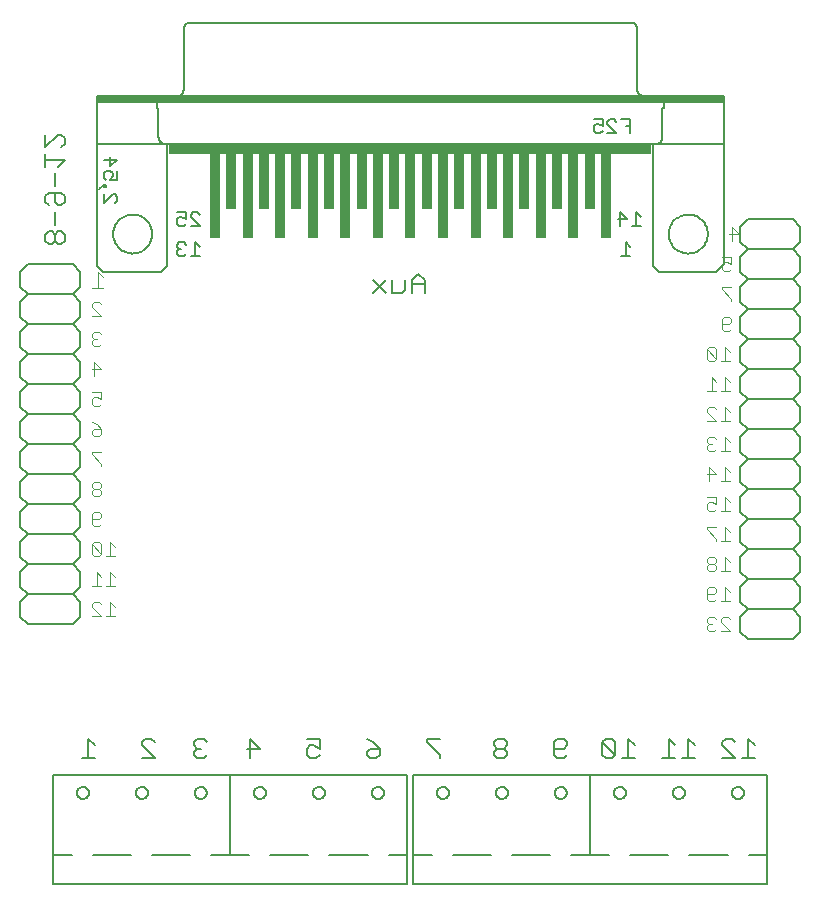
<source format=gbo>
G75*
G70*
%OFA0B0*%
%FSLAX24Y24*%
%IPPOS*%
%LPD*%
%AMOC8*
5,1,8,0,0,1.08239X$1,22.5*
%
%ADD10C,0.0060*%
%ADD11C,0.0040*%
%ADD12C,0.0050*%
%ADD13R,1.6000X0.0300*%
%ADD14R,2.0900X0.0200*%
%ADD15R,0.0320X0.2850*%
%ADD16R,0.0320X0.1850*%
D10*
X001691Y001110D02*
X001691Y002050D01*
X002321Y002050D01*
X001691Y002050D02*
X001691Y004730D01*
X007601Y004730D01*
X013501Y004730D01*
X013501Y002050D01*
X012871Y002050D01*
X013501Y002050D02*
X013501Y001110D01*
X001691Y001110D01*
X003021Y002050D02*
X004291Y002050D01*
X004991Y002050D02*
X006261Y002050D01*
X006961Y002050D02*
X007601Y002050D01*
X008231Y002050D01*
X007601Y002050D02*
X007601Y004730D01*
X008250Y005290D02*
X008250Y005931D01*
X008570Y005610D01*
X008143Y005610D01*
X006820Y005397D02*
X006713Y005290D01*
X006500Y005290D01*
X006393Y005397D01*
X006393Y005504D01*
X006500Y005610D01*
X006606Y005610D01*
X006500Y005610D02*
X006393Y005717D01*
X006393Y005824D01*
X006500Y005931D01*
X006713Y005931D01*
X006820Y005824D01*
X006411Y004130D02*
X006413Y004158D01*
X006419Y004185D01*
X006428Y004211D01*
X006441Y004236D01*
X006458Y004259D01*
X006477Y004279D01*
X006499Y004296D01*
X006523Y004310D01*
X006549Y004320D01*
X006576Y004327D01*
X006604Y004330D01*
X006632Y004329D01*
X006659Y004324D01*
X006686Y004315D01*
X006711Y004303D01*
X006734Y004288D01*
X006755Y004269D01*
X006773Y004248D01*
X006788Y004224D01*
X006799Y004198D01*
X006807Y004172D01*
X006811Y004144D01*
X006811Y004116D01*
X006807Y004088D01*
X006799Y004062D01*
X006788Y004036D01*
X006773Y004012D01*
X006755Y003991D01*
X006734Y003972D01*
X006711Y003957D01*
X006686Y003945D01*
X006659Y003936D01*
X006632Y003931D01*
X006604Y003930D01*
X006576Y003933D01*
X006549Y003940D01*
X006523Y003950D01*
X006499Y003964D01*
X006477Y003981D01*
X006458Y004001D01*
X006441Y004024D01*
X006428Y004049D01*
X006419Y004075D01*
X006413Y004102D01*
X006411Y004130D01*
X005070Y005290D02*
X004643Y005717D01*
X004643Y005824D01*
X004750Y005931D01*
X004963Y005931D01*
X005070Y005824D01*
X005070Y005290D02*
X004643Y005290D01*
X004451Y004130D02*
X004453Y004158D01*
X004459Y004185D01*
X004468Y004211D01*
X004481Y004236D01*
X004498Y004259D01*
X004517Y004279D01*
X004539Y004296D01*
X004563Y004310D01*
X004589Y004320D01*
X004616Y004327D01*
X004644Y004330D01*
X004672Y004329D01*
X004699Y004324D01*
X004726Y004315D01*
X004751Y004303D01*
X004774Y004288D01*
X004795Y004269D01*
X004813Y004248D01*
X004828Y004224D01*
X004839Y004198D01*
X004847Y004172D01*
X004851Y004144D01*
X004851Y004116D01*
X004847Y004088D01*
X004839Y004062D01*
X004828Y004036D01*
X004813Y004012D01*
X004795Y003991D01*
X004774Y003972D01*
X004751Y003957D01*
X004726Y003945D01*
X004699Y003936D01*
X004672Y003931D01*
X004644Y003930D01*
X004616Y003933D01*
X004589Y003940D01*
X004563Y003950D01*
X004539Y003964D01*
X004517Y003981D01*
X004498Y004001D01*
X004481Y004024D01*
X004468Y004049D01*
X004459Y004075D01*
X004453Y004102D01*
X004451Y004130D01*
X003070Y005290D02*
X002643Y005290D01*
X002856Y005290D02*
X002856Y005931D01*
X003070Y005717D01*
X002481Y004130D02*
X002483Y004158D01*
X002489Y004185D01*
X002498Y004211D01*
X002511Y004236D01*
X002528Y004259D01*
X002547Y004279D01*
X002569Y004296D01*
X002593Y004310D01*
X002619Y004320D01*
X002646Y004327D01*
X002674Y004330D01*
X002702Y004329D01*
X002729Y004324D01*
X002756Y004315D01*
X002781Y004303D01*
X002804Y004288D01*
X002825Y004269D01*
X002843Y004248D01*
X002858Y004224D01*
X002869Y004198D01*
X002877Y004172D01*
X002881Y004144D01*
X002881Y004116D01*
X002877Y004088D01*
X002869Y004062D01*
X002858Y004036D01*
X002843Y004012D01*
X002825Y003991D01*
X002804Y003972D01*
X002781Y003957D01*
X002756Y003945D01*
X002729Y003936D01*
X002702Y003931D01*
X002674Y003930D01*
X002646Y003933D01*
X002619Y003940D01*
X002593Y003950D01*
X002569Y003964D01*
X002547Y003981D01*
X002528Y004001D01*
X002511Y004024D01*
X002498Y004049D01*
X002489Y004075D01*
X002483Y004102D01*
X002481Y004130D01*
X002350Y009760D02*
X000850Y009760D01*
X000600Y010010D01*
X000600Y010510D01*
X000850Y010760D01*
X002350Y010760D01*
X002600Y011010D01*
X002600Y011510D01*
X002350Y011760D01*
X000850Y011760D01*
X000600Y012010D01*
X000600Y012510D01*
X000850Y012760D01*
X002350Y012760D01*
X002600Y013010D01*
X002600Y013510D01*
X002350Y013760D01*
X000850Y013760D01*
X000600Y014010D01*
X000600Y014510D01*
X000850Y014760D01*
X002350Y014760D01*
X002600Y015010D01*
X002600Y015510D01*
X002350Y015760D01*
X000850Y015760D01*
X000600Y016010D01*
X000600Y016510D01*
X000850Y016760D01*
X002350Y016760D01*
X002600Y017010D01*
X002600Y017510D01*
X002350Y017760D01*
X000850Y017760D01*
X000600Y017510D01*
X000600Y017010D01*
X000850Y016760D01*
X000850Y015760D02*
X000600Y015510D01*
X000600Y015010D01*
X000850Y014760D01*
X000850Y013760D02*
X000600Y013510D01*
X000600Y013010D01*
X000850Y012760D01*
X000850Y011760D02*
X000600Y011510D01*
X000600Y011010D01*
X000850Y010760D01*
X002350Y010760D02*
X002600Y010510D01*
X002600Y010010D01*
X002350Y009760D01*
X002350Y011760D02*
X002600Y012010D01*
X002600Y012510D01*
X002350Y012760D01*
X002350Y013760D02*
X002600Y014010D01*
X002600Y014510D01*
X002350Y014760D01*
X002350Y015760D02*
X002600Y016010D01*
X002600Y016510D01*
X002350Y016760D01*
X002350Y017760D02*
X002600Y018010D01*
X002600Y018510D01*
X002350Y018760D01*
X000850Y018760D01*
X000600Y018510D01*
X000600Y018010D01*
X000850Y017760D01*
X000850Y018760D02*
X000600Y019010D01*
X000600Y019510D01*
X000850Y019760D01*
X002350Y019760D01*
X002600Y020010D01*
X002600Y020510D01*
X002350Y020760D01*
X002600Y021010D01*
X002600Y021510D01*
X002350Y021760D01*
X000850Y021760D01*
X000600Y021510D01*
X000600Y021010D01*
X000850Y020760D01*
X002350Y020760D01*
X003150Y021710D02*
X003150Y025710D01*
X003150Y025760D01*
X005150Y025760D01*
X005500Y025760D01*
X005500Y021710D01*
X005300Y021510D01*
X003350Y021510D01*
X003150Y021710D01*
X002071Y022529D02*
X001964Y022423D01*
X001857Y022423D01*
X001750Y022529D01*
X001750Y022743D01*
X001644Y022850D01*
X001537Y022850D01*
X001430Y022743D01*
X001430Y022529D01*
X001537Y022423D01*
X001644Y022423D01*
X001750Y022529D01*
X001750Y022743D02*
X001857Y022850D01*
X001964Y022850D01*
X002071Y022743D01*
X002071Y022529D01*
X001750Y023067D02*
X001750Y023494D01*
X001857Y023712D02*
X001750Y023819D01*
X001750Y024139D01*
X001537Y024139D02*
X001964Y024139D01*
X002071Y024032D01*
X002071Y023819D01*
X001964Y023712D01*
X001857Y023712D01*
X001537Y023712D02*
X001430Y023819D01*
X001430Y024032D01*
X001537Y024139D01*
X001750Y024356D02*
X001750Y024783D01*
X001857Y025001D02*
X002071Y025214D01*
X001430Y025214D01*
X001430Y025001D02*
X001430Y025428D01*
X001430Y025645D02*
X001857Y026072D01*
X001964Y026072D01*
X002071Y025966D01*
X002071Y025752D01*
X001964Y025645D01*
X001430Y025645D02*
X001430Y026072D01*
X003150Y025760D02*
X003150Y026960D01*
X003150Y027160D01*
X004150Y027160D01*
X005150Y027160D01*
X005150Y026960D01*
X005200Y026960D01*
X005200Y026010D01*
X005202Y025980D01*
X005207Y025950D01*
X005216Y025921D01*
X005229Y025894D01*
X005244Y025868D01*
X005263Y025844D01*
X005284Y025823D01*
X005308Y025804D01*
X005334Y025789D01*
X005361Y025776D01*
X005390Y025767D01*
X005420Y025762D01*
X005450Y025760D01*
X005500Y025760D02*
X005600Y025760D01*
X005600Y025460D01*
X021600Y025460D01*
X021600Y025760D01*
X005600Y025760D01*
X005150Y027160D02*
X022050Y027160D01*
X022050Y026960D01*
X022000Y026960D01*
X022000Y026010D01*
X021998Y025980D01*
X021993Y025950D01*
X021984Y025921D01*
X021971Y025894D01*
X021956Y025868D01*
X021937Y025844D01*
X021916Y025823D01*
X021892Y025804D01*
X021866Y025789D01*
X021839Y025776D01*
X021810Y025767D01*
X021780Y025762D01*
X021750Y025760D01*
X021700Y025760D02*
X021700Y021710D01*
X021900Y021510D01*
X023800Y021510D01*
X024050Y021760D01*
X024050Y025710D01*
X024050Y025760D01*
X024050Y026960D01*
X024050Y027160D01*
X023050Y027160D01*
X022050Y027160D01*
X021400Y027360D02*
X021370Y027362D01*
X021340Y027367D01*
X021311Y027376D01*
X021284Y027389D01*
X021258Y027404D01*
X021234Y027423D01*
X021213Y027444D01*
X021194Y027468D01*
X021179Y027494D01*
X021166Y027521D01*
X021157Y027550D01*
X021152Y027580D01*
X021150Y027610D01*
X021150Y029610D01*
X021148Y029636D01*
X021143Y029662D01*
X021135Y029687D01*
X021123Y029710D01*
X021109Y029732D01*
X021091Y029751D01*
X021072Y029769D01*
X021050Y029783D01*
X021027Y029795D01*
X021002Y029803D01*
X020976Y029808D01*
X020950Y029810D01*
X020850Y029810D01*
X006350Y029810D01*
X006250Y029810D01*
X006224Y029808D01*
X006198Y029803D01*
X006173Y029795D01*
X006150Y029783D01*
X006128Y029769D01*
X006109Y029751D01*
X006091Y029732D01*
X006077Y029710D01*
X006065Y029687D01*
X006057Y029662D01*
X006052Y029636D01*
X006050Y029610D01*
X006050Y027610D01*
X006048Y027580D01*
X006043Y027550D01*
X006034Y027521D01*
X006021Y027494D01*
X006006Y027468D01*
X005987Y027444D01*
X005966Y027423D01*
X005942Y027404D01*
X005916Y027389D01*
X005889Y027376D01*
X005860Y027367D01*
X005830Y027362D01*
X005800Y027360D01*
X006200Y027360D02*
X003150Y027360D01*
X003150Y027160D01*
X006200Y027360D02*
X021000Y027360D01*
X024050Y027360D01*
X024050Y027160D01*
X024050Y025760D02*
X022050Y025760D01*
X021700Y025760D01*
X021600Y025760D01*
X022210Y022760D02*
X022212Y022810D01*
X022218Y022860D01*
X022228Y022910D01*
X022241Y022958D01*
X022258Y023006D01*
X022279Y023052D01*
X022303Y023096D01*
X022331Y023138D01*
X022362Y023178D01*
X022396Y023215D01*
X022433Y023250D01*
X022472Y023281D01*
X022513Y023310D01*
X022557Y023335D01*
X022603Y023357D01*
X022650Y023375D01*
X022698Y023389D01*
X022747Y023400D01*
X022797Y023407D01*
X022847Y023410D01*
X022898Y023409D01*
X022948Y023404D01*
X022998Y023395D01*
X023046Y023383D01*
X023094Y023366D01*
X023140Y023346D01*
X023185Y023323D01*
X023228Y023296D01*
X023268Y023266D01*
X023306Y023233D01*
X023341Y023197D01*
X023374Y023158D01*
X023403Y023117D01*
X023429Y023074D01*
X023452Y023029D01*
X023471Y022982D01*
X023486Y022934D01*
X023498Y022885D01*
X023506Y022835D01*
X023510Y022785D01*
X023510Y022735D01*
X023506Y022685D01*
X023498Y022635D01*
X023486Y022586D01*
X023471Y022538D01*
X023452Y022491D01*
X023429Y022446D01*
X023403Y022403D01*
X023374Y022362D01*
X023341Y022323D01*
X023306Y022287D01*
X023268Y022254D01*
X023228Y022224D01*
X023185Y022197D01*
X023140Y022174D01*
X023094Y022154D01*
X023046Y022137D01*
X022998Y022125D01*
X022948Y022116D01*
X022898Y022111D01*
X022847Y022110D01*
X022797Y022113D01*
X022747Y022120D01*
X022698Y022131D01*
X022650Y022145D01*
X022603Y022163D01*
X022557Y022185D01*
X022513Y022210D01*
X022472Y022239D01*
X022433Y022270D01*
X022396Y022305D01*
X022362Y022342D01*
X022331Y022382D01*
X022303Y022424D01*
X022279Y022468D01*
X022258Y022514D01*
X022241Y022562D01*
X022228Y022610D01*
X022218Y022660D01*
X022212Y022710D01*
X022210Y022760D01*
X024600Y022510D02*
X024850Y022260D01*
X026350Y022260D01*
X026600Y022010D01*
X026600Y021510D01*
X026350Y021260D01*
X024850Y021260D01*
X024600Y021010D01*
X024600Y020510D01*
X024850Y020260D01*
X026350Y020260D01*
X026600Y020010D01*
X026600Y019510D01*
X026350Y019260D01*
X024850Y019260D01*
X024600Y019010D01*
X024600Y018510D01*
X024850Y018260D01*
X026350Y018260D01*
X026600Y018010D01*
X026600Y017510D01*
X026350Y017260D01*
X024850Y017260D01*
X024600Y017010D01*
X024600Y016510D01*
X024850Y016260D01*
X026350Y016260D01*
X026600Y016510D01*
X026600Y017010D01*
X026350Y017260D01*
X026350Y016260D02*
X026600Y016010D01*
X026600Y015510D01*
X026350Y015260D01*
X024850Y015260D01*
X024600Y015010D01*
X024600Y014510D01*
X024850Y014260D01*
X026350Y014260D01*
X026600Y014510D01*
X026600Y015010D01*
X026350Y015260D01*
X026350Y014260D02*
X026600Y014010D01*
X026600Y013510D01*
X026350Y013260D01*
X024850Y013260D01*
X024600Y013010D01*
X024600Y012510D01*
X024850Y012260D01*
X026350Y012260D01*
X026600Y012510D01*
X026600Y013010D01*
X026350Y013260D01*
X026350Y012260D02*
X026600Y012010D01*
X026600Y011510D01*
X026350Y011260D01*
X024850Y011260D01*
X024600Y011010D01*
X024600Y010510D01*
X024850Y010260D01*
X024600Y010010D01*
X024600Y009510D01*
X024850Y009260D01*
X026350Y009260D01*
X026600Y009510D01*
X026600Y010010D01*
X026350Y010260D01*
X024850Y010260D01*
X024850Y011260D02*
X024600Y011510D01*
X024600Y012010D01*
X024850Y012260D01*
X024850Y013260D02*
X024600Y013510D01*
X024600Y014010D01*
X024850Y014260D01*
X024850Y015260D02*
X024600Y015510D01*
X024600Y016010D01*
X024850Y016260D01*
X024850Y017260D02*
X024600Y017510D01*
X024600Y018010D01*
X024850Y018260D01*
X024850Y019260D02*
X024600Y019510D01*
X024600Y020010D01*
X024850Y020260D01*
X024850Y021260D02*
X024600Y021510D01*
X024600Y022010D01*
X024850Y022260D01*
X024600Y022510D02*
X024600Y023010D01*
X024850Y023260D01*
X026350Y023260D01*
X026600Y023010D01*
X026600Y022510D01*
X026350Y022260D01*
X026350Y021260D02*
X026600Y021010D01*
X026600Y020510D01*
X026350Y020260D01*
X026350Y019260D02*
X026600Y019010D01*
X026600Y018510D01*
X026350Y018260D01*
X026350Y011260D02*
X026600Y011010D01*
X026600Y010510D01*
X026350Y010260D01*
X024856Y005931D02*
X024856Y005290D01*
X024643Y005290D02*
X025070Y005290D01*
X025070Y005717D02*
X024856Y005931D01*
X024425Y005824D02*
X024319Y005931D01*
X024105Y005931D01*
X023998Y005824D01*
X023998Y005717D01*
X024425Y005290D01*
X023998Y005290D01*
X023070Y005290D02*
X022643Y005290D01*
X022856Y005290D02*
X022856Y005931D01*
X023070Y005717D01*
X022425Y005717D02*
X022212Y005931D01*
X022212Y005290D01*
X022425Y005290D02*
X021998Y005290D01*
X021070Y005290D02*
X020643Y005290D01*
X020856Y005290D02*
X020856Y005931D01*
X021070Y005717D01*
X020425Y005824D02*
X020425Y005397D01*
X019998Y005824D01*
X019998Y005397D01*
X020105Y005290D01*
X020319Y005290D01*
X020425Y005397D01*
X020425Y005824D02*
X020319Y005931D01*
X020105Y005931D01*
X019998Y005824D01*
X019601Y004730D02*
X025501Y004730D01*
X025501Y002050D01*
X024871Y002050D01*
X024171Y002050D02*
X022901Y002050D01*
X022201Y002050D02*
X020931Y002050D01*
X020231Y002050D02*
X019601Y002050D01*
X018961Y002050D01*
X019601Y002050D02*
X019601Y004730D01*
X013691Y004730D01*
X013691Y002050D01*
X014321Y002050D01*
X013691Y002050D02*
X013691Y001110D01*
X025501Y001110D01*
X025501Y002050D01*
X024321Y004130D02*
X024323Y004158D01*
X024329Y004185D01*
X024338Y004211D01*
X024351Y004236D01*
X024368Y004259D01*
X024387Y004279D01*
X024409Y004296D01*
X024433Y004310D01*
X024459Y004320D01*
X024486Y004327D01*
X024514Y004330D01*
X024542Y004329D01*
X024569Y004324D01*
X024596Y004315D01*
X024621Y004303D01*
X024644Y004288D01*
X024665Y004269D01*
X024683Y004248D01*
X024698Y004224D01*
X024709Y004198D01*
X024717Y004172D01*
X024721Y004144D01*
X024721Y004116D01*
X024717Y004088D01*
X024709Y004062D01*
X024698Y004036D01*
X024683Y004012D01*
X024665Y003991D01*
X024644Y003972D01*
X024621Y003957D01*
X024596Y003945D01*
X024569Y003936D01*
X024542Y003931D01*
X024514Y003930D01*
X024486Y003933D01*
X024459Y003940D01*
X024433Y003950D01*
X024409Y003964D01*
X024387Y003981D01*
X024368Y004001D01*
X024351Y004024D01*
X024338Y004049D01*
X024329Y004075D01*
X024323Y004102D01*
X024321Y004130D01*
X022351Y004130D02*
X022353Y004158D01*
X022359Y004185D01*
X022368Y004211D01*
X022381Y004236D01*
X022398Y004259D01*
X022417Y004279D01*
X022439Y004296D01*
X022463Y004310D01*
X022489Y004320D01*
X022516Y004327D01*
X022544Y004330D01*
X022572Y004329D01*
X022599Y004324D01*
X022626Y004315D01*
X022651Y004303D01*
X022674Y004288D01*
X022695Y004269D01*
X022713Y004248D01*
X022728Y004224D01*
X022739Y004198D01*
X022747Y004172D01*
X022751Y004144D01*
X022751Y004116D01*
X022747Y004088D01*
X022739Y004062D01*
X022728Y004036D01*
X022713Y004012D01*
X022695Y003991D01*
X022674Y003972D01*
X022651Y003957D01*
X022626Y003945D01*
X022599Y003936D01*
X022572Y003931D01*
X022544Y003930D01*
X022516Y003933D01*
X022489Y003940D01*
X022463Y003950D01*
X022439Y003964D01*
X022417Y003981D01*
X022398Y004001D01*
X022381Y004024D01*
X022368Y004049D01*
X022359Y004075D01*
X022353Y004102D01*
X022351Y004130D01*
X020381Y004130D02*
X020383Y004158D01*
X020389Y004185D01*
X020398Y004211D01*
X020411Y004236D01*
X020428Y004259D01*
X020447Y004279D01*
X020469Y004296D01*
X020493Y004310D01*
X020519Y004320D01*
X020546Y004327D01*
X020574Y004330D01*
X020602Y004329D01*
X020629Y004324D01*
X020656Y004315D01*
X020681Y004303D01*
X020704Y004288D01*
X020725Y004269D01*
X020743Y004248D01*
X020758Y004224D01*
X020769Y004198D01*
X020777Y004172D01*
X020781Y004144D01*
X020781Y004116D01*
X020777Y004088D01*
X020769Y004062D01*
X020758Y004036D01*
X020743Y004012D01*
X020725Y003991D01*
X020704Y003972D01*
X020681Y003957D01*
X020656Y003945D01*
X020629Y003936D01*
X020602Y003931D01*
X020574Y003930D01*
X020546Y003933D01*
X020519Y003940D01*
X020493Y003950D01*
X020469Y003964D01*
X020447Y003981D01*
X020428Y004001D01*
X020411Y004024D01*
X020398Y004049D01*
X020389Y004075D01*
X020383Y004102D01*
X020381Y004130D01*
X018820Y005397D02*
X018713Y005290D01*
X018500Y005290D01*
X018393Y005397D01*
X018393Y005824D01*
X018500Y005931D01*
X018713Y005931D01*
X018820Y005824D01*
X018820Y005717D01*
X018713Y005610D01*
X018393Y005610D01*
X018411Y004130D02*
X018413Y004158D01*
X018419Y004185D01*
X018428Y004211D01*
X018441Y004236D01*
X018458Y004259D01*
X018477Y004279D01*
X018499Y004296D01*
X018523Y004310D01*
X018549Y004320D01*
X018576Y004327D01*
X018604Y004330D01*
X018632Y004329D01*
X018659Y004324D01*
X018686Y004315D01*
X018711Y004303D01*
X018734Y004288D01*
X018755Y004269D01*
X018773Y004248D01*
X018788Y004224D01*
X018799Y004198D01*
X018807Y004172D01*
X018811Y004144D01*
X018811Y004116D01*
X018807Y004088D01*
X018799Y004062D01*
X018788Y004036D01*
X018773Y004012D01*
X018755Y003991D01*
X018734Y003972D01*
X018711Y003957D01*
X018686Y003945D01*
X018659Y003936D01*
X018632Y003931D01*
X018604Y003930D01*
X018576Y003933D01*
X018549Y003940D01*
X018523Y003950D01*
X018499Y003964D01*
X018477Y003981D01*
X018458Y004001D01*
X018441Y004024D01*
X018428Y004049D01*
X018419Y004075D01*
X018413Y004102D01*
X018411Y004130D01*
X016820Y005397D02*
X016820Y005504D01*
X016713Y005610D01*
X016500Y005610D01*
X016393Y005504D01*
X016393Y005397D01*
X016500Y005290D01*
X016713Y005290D01*
X016820Y005397D01*
X016713Y005610D02*
X016820Y005717D01*
X016820Y005824D01*
X016713Y005931D01*
X016500Y005931D01*
X016393Y005824D01*
X016393Y005717D01*
X016500Y005610D01*
X016451Y004130D02*
X016453Y004158D01*
X016459Y004185D01*
X016468Y004211D01*
X016481Y004236D01*
X016498Y004259D01*
X016517Y004279D01*
X016539Y004296D01*
X016563Y004310D01*
X016589Y004320D01*
X016616Y004327D01*
X016644Y004330D01*
X016672Y004329D01*
X016699Y004324D01*
X016726Y004315D01*
X016751Y004303D01*
X016774Y004288D01*
X016795Y004269D01*
X016813Y004248D01*
X016828Y004224D01*
X016839Y004198D01*
X016847Y004172D01*
X016851Y004144D01*
X016851Y004116D01*
X016847Y004088D01*
X016839Y004062D01*
X016828Y004036D01*
X016813Y004012D01*
X016795Y003991D01*
X016774Y003972D01*
X016751Y003957D01*
X016726Y003945D01*
X016699Y003936D01*
X016672Y003931D01*
X016644Y003930D01*
X016616Y003933D01*
X016589Y003940D01*
X016563Y003950D01*
X016539Y003964D01*
X016517Y003981D01*
X016498Y004001D01*
X016481Y004024D01*
X016468Y004049D01*
X016459Y004075D01*
X016453Y004102D01*
X016451Y004130D01*
X014481Y004130D02*
X014483Y004158D01*
X014489Y004185D01*
X014498Y004211D01*
X014511Y004236D01*
X014528Y004259D01*
X014547Y004279D01*
X014569Y004296D01*
X014593Y004310D01*
X014619Y004320D01*
X014646Y004327D01*
X014674Y004330D01*
X014702Y004329D01*
X014729Y004324D01*
X014756Y004315D01*
X014781Y004303D01*
X014804Y004288D01*
X014825Y004269D01*
X014843Y004248D01*
X014858Y004224D01*
X014869Y004198D01*
X014877Y004172D01*
X014881Y004144D01*
X014881Y004116D01*
X014877Y004088D01*
X014869Y004062D01*
X014858Y004036D01*
X014843Y004012D01*
X014825Y003991D01*
X014804Y003972D01*
X014781Y003957D01*
X014756Y003945D01*
X014729Y003936D01*
X014702Y003931D01*
X014674Y003930D01*
X014646Y003933D01*
X014619Y003940D01*
X014593Y003950D01*
X014569Y003964D01*
X014547Y003981D01*
X014528Y004001D01*
X014511Y004024D01*
X014498Y004049D01*
X014489Y004075D01*
X014483Y004102D01*
X014481Y004130D01*
X014570Y005290D02*
X014570Y005397D01*
X014143Y005824D01*
X014143Y005931D01*
X014570Y005931D01*
X012570Y005610D02*
X012250Y005610D01*
X012143Y005504D01*
X012143Y005397D01*
X012250Y005290D01*
X012463Y005290D01*
X012570Y005397D01*
X012570Y005610D01*
X012356Y005824D01*
X012143Y005931D01*
X010570Y005931D02*
X010570Y005610D01*
X010356Y005717D01*
X010250Y005717D01*
X010143Y005610D01*
X010143Y005397D01*
X010250Y005290D01*
X010463Y005290D01*
X010570Y005397D01*
X010570Y005931D02*
X010143Y005931D01*
X010351Y004130D02*
X010353Y004158D01*
X010359Y004185D01*
X010368Y004211D01*
X010381Y004236D01*
X010398Y004259D01*
X010417Y004279D01*
X010439Y004296D01*
X010463Y004310D01*
X010489Y004320D01*
X010516Y004327D01*
X010544Y004330D01*
X010572Y004329D01*
X010599Y004324D01*
X010626Y004315D01*
X010651Y004303D01*
X010674Y004288D01*
X010695Y004269D01*
X010713Y004248D01*
X010728Y004224D01*
X010739Y004198D01*
X010747Y004172D01*
X010751Y004144D01*
X010751Y004116D01*
X010747Y004088D01*
X010739Y004062D01*
X010728Y004036D01*
X010713Y004012D01*
X010695Y003991D01*
X010674Y003972D01*
X010651Y003957D01*
X010626Y003945D01*
X010599Y003936D01*
X010572Y003931D01*
X010544Y003930D01*
X010516Y003933D01*
X010489Y003940D01*
X010463Y003950D01*
X010439Y003964D01*
X010417Y003981D01*
X010398Y004001D01*
X010381Y004024D01*
X010368Y004049D01*
X010359Y004075D01*
X010353Y004102D01*
X010351Y004130D01*
X008381Y004130D02*
X008383Y004158D01*
X008389Y004185D01*
X008398Y004211D01*
X008411Y004236D01*
X008428Y004259D01*
X008447Y004279D01*
X008469Y004296D01*
X008493Y004310D01*
X008519Y004320D01*
X008546Y004327D01*
X008574Y004330D01*
X008602Y004329D01*
X008629Y004324D01*
X008656Y004315D01*
X008681Y004303D01*
X008704Y004288D01*
X008725Y004269D01*
X008743Y004248D01*
X008758Y004224D01*
X008769Y004198D01*
X008777Y004172D01*
X008781Y004144D01*
X008781Y004116D01*
X008777Y004088D01*
X008769Y004062D01*
X008758Y004036D01*
X008743Y004012D01*
X008725Y003991D01*
X008704Y003972D01*
X008681Y003957D01*
X008656Y003945D01*
X008629Y003936D01*
X008602Y003931D01*
X008574Y003930D01*
X008546Y003933D01*
X008519Y003940D01*
X008493Y003950D01*
X008469Y003964D01*
X008447Y003981D01*
X008428Y004001D01*
X008411Y004024D01*
X008398Y004049D01*
X008389Y004075D01*
X008383Y004102D01*
X008381Y004130D01*
X008931Y002050D02*
X010201Y002050D01*
X010901Y002050D02*
X012171Y002050D01*
X012321Y004130D02*
X012323Y004158D01*
X012329Y004185D01*
X012338Y004211D01*
X012351Y004236D01*
X012368Y004259D01*
X012387Y004279D01*
X012409Y004296D01*
X012433Y004310D01*
X012459Y004320D01*
X012486Y004327D01*
X012514Y004330D01*
X012542Y004329D01*
X012569Y004324D01*
X012596Y004315D01*
X012621Y004303D01*
X012644Y004288D01*
X012665Y004269D01*
X012683Y004248D01*
X012698Y004224D01*
X012709Y004198D01*
X012717Y004172D01*
X012721Y004144D01*
X012721Y004116D01*
X012717Y004088D01*
X012709Y004062D01*
X012698Y004036D01*
X012683Y004012D01*
X012665Y003991D01*
X012644Y003972D01*
X012621Y003957D01*
X012596Y003945D01*
X012569Y003936D01*
X012542Y003931D01*
X012514Y003930D01*
X012486Y003933D01*
X012459Y003940D01*
X012433Y003950D01*
X012409Y003964D01*
X012387Y003981D01*
X012368Y004001D01*
X012351Y004024D01*
X012338Y004049D01*
X012329Y004075D01*
X012323Y004102D01*
X012321Y004130D01*
X015021Y002050D02*
X016291Y002050D01*
X016991Y002050D02*
X018261Y002050D01*
X002350Y018760D02*
X002600Y019010D01*
X002600Y019510D01*
X002350Y019760D01*
X000850Y019760D02*
X000600Y020010D01*
X000600Y020510D01*
X000850Y020760D01*
X003690Y022760D02*
X003692Y022810D01*
X003698Y022860D01*
X003708Y022910D01*
X003721Y022958D01*
X003738Y023006D01*
X003759Y023052D01*
X003783Y023096D01*
X003811Y023138D01*
X003842Y023178D01*
X003876Y023215D01*
X003913Y023250D01*
X003952Y023281D01*
X003993Y023310D01*
X004037Y023335D01*
X004083Y023357D01*
X004130Y023375D01*
X004178Y023389D01*
X004227Y023400D01*
X004277Y023407D01*
X004327Y023410D01*
X004378Y023409D01*
X004428Y023404D01*
X004478Y023395D01*
X004526Y023383D01*
X004574Y023366D01*
X004620Y023346D01*
X004665Y023323D01*
X004708Y023296D01*
X004748Y023266D01*
X004786Y023233D01*
X004821Y023197D01*
X004854Y023158D01*
X004883Y023117D01*
X004909Y023074D01*
X004932Y023029D01*
X004951Y022982D01*
X004966Y022934D01*
X004978Y022885D01*
X004986Y022835D01*
X004990Y022785D01*
X004990Y022735D01*
X004986Y022685D01*
X004978Y022635D01*
X004966Y022586D01*
X004951Y022538D01*
X004932Y022491D01*
X004909Y022446D01*
X004883Y022403D01*
X004854Y022362D01*
X004821Y022323D01*
X004786Y022287D01*
X004748Y022254D01*
X004708Y022224D01*
X004665Y022197D01*
X004620Y022174D01*
X004574Y022154D01*
X004526Y022137D01*
X004478Y022125D01*
X004428Y022116D01*
X004378Y022111D01*
X004327Y022110D01*
X004277Y022113D01*
X004227Y022120D01*
X004178Y022131D01*
X004130Y022145D01*
X004083Y022163D01*
X004037Y022185D01*
X003993Y022210D01*
X003952Y022239D01*
X003913Y022270D01*
X003876Y022305D01*
X003842Y022342D01*
X003811Y022382D01*
X003783Y022424D01*
X003759Y022468D01*
X003738Y022514D01*
X003721Y022562D01*
X003708Y022610D01*
X003698Y022660D01*
X003692Y022710D01*
X003690Y022760D01*
X012354Y021217D02*
X012781Y020790D01*
X012998Y020790D02*
X012998Y021217D01*
X012781Y021217D02*
X012354Y020790D01*
X012998Y020790D02*
X013319Y020790D01*
X013425Y020897D01*
X013425Y021217D01*
X013643Y021217D02*
X013643Y020790D01*
X013643Y021110D02*
X014070Y021110D01*
X014070Y021217D02*
X013856Y021431D01*
X013643Y021217D01*
X014070Y021217D02*
X014070Y020790D01*
D11*
X023483Y018914D02*
X023483Y018607D01*
X023560Y018530D01*
X023714Y018530D01*
X023790Y018607D01*
X023483Y018914D01*
X023560Y018990D01*
X023714Y018990D01*
X023790Y018914D01*
X023790Y018607D01*
X023944Y018530D02*
X024251Y018530D01*
X024097Y018530D02*
X024097Y018990D01*
X024251Y018837D01*
X024097Y017990D02*
X024097Y017530D01*
X023944Y017530D02*
X024251Y017530D01*
X024251Y017837D02*
X024097Y017990D01*
X023790Y017837D02*
X023637Y017990D01*
X023637Y017530D01*
X023790Y017530D02*
X023483Y017530D01*
X023560Y016990D02*
X023483Y016914D01*
X023483Y016837D01*
X023790Y016530D01*
X023483Y016530D01*
X023560Y016990D02*
X023714Y016990D01*
X023790Y016914D01*
X023944Y016530D02*
X024251Y016530D01*
X024097Y016530D02*
X024097Y016990D01*
X024251Y016837D01*
X024097Y015990D02*
X024097Y015530D01*
X023944Y015530D02*
X024251Y015530D01*
X024251Y015837D02*
X024097Y015990D01*
X023790Y015914D02*
X023714Y015990D01*
X023560Y015990D01*
X023483Y015914D01*
X023483Y015837D01*
X023560Y015760D01*
X023483Y015683D01*
X023483Y015607D01*
X023560Y015530D01*
X023714Y015530D01*
X023790Y015607D01*
X023637Y015760D02*
X023560Y015760D01*
X023560Y014990D02*
X023790Y014760D01*
X023483Y014760D01*
X023560Y014530D02*
X023560Y014990D01*
X024097Y014990D02*
X024097Y014530D01*
X023944Y014530D02*
X024251Y014530D01*
X024251Y014837D02*
X024097Y014990D01*
X024097Y013990D02*
X024097Y013530D01*
X023944Y013530D02*
X024251Y013530D01*
X024251Y013837D02*
X024097Y013990D01*
X023790Y013990D02*
X023790Y013760D01*
X023637Y013837D01*
X023560Y013837D01*
X023483Y013760D01*
X023483Y013607D01*
X023560Y013530D01*
X023714Y013530D01*
X023790Y013607D01*
X023790Y013990D02*
X023483Y013990D01*
X023483Y012990D02*
X023483Y012914D01*
X023790Y012607D01*
X023790Y012530D01*
X023944Y012530D02*
X024251Y012530D01*
X024097Y012530D02*
X024097Y012990D01*
X024251Y012837D01*
X023790Y012990D02*
X023483Y012990D01*
X023560Y011990D02*
X023483Y011914D01*
X023483Y011837D01*
X023560Y011760D01*
X023714Y011760D01*
X023790Y011837D01*
X023790Y011914D01*
X023714Y011990D01*
X023560Y011990D01*
X023560Y011760D02*
X023483Y011683D01*
X023483Y011607D01*
X023560Y011530D01*
X023714Y011530D01*
X023790Y011607D01*
X023790Y011683D01*
X023714Y011760D01*
X023944Y011530D02*
X024251Y011530D01*
X024097Y011530D02*
X024097Y011990D01*
X024251Y011837D01*
X024097Y010990D02*
X024097Y010530D01*
X023944Y010530D02*
X024251Y010530D01*
X024251Y010837D02*
X024097Y010990D01*
X023790Y010914D02*
X023790Y010837D01*
X023714Y010760D01*
X023483Y010760D01*
X023483Y010607D02*
X023483Y010914D01*
X023560Y010990D01*
X023714Y010990D01*
X023790Y010914D01*
X023790Y010607D02*
X023714Y010530D01*
X023560Y010530D01*
X023483Y010607D01*
X023560Y009990D02*
X023483Y009914D01*
X023483Y009837D01*
X023560Y009760D01*
X023483Y009683D01*
X023483Y009607D01*
X023560Y009530D01*
X023714Y009530D01*
X023790Y009607D01*
X023944Y009530D02*
X024251Y009530D01*
X023944Y009837D01*
X023944Y009914D01*
X024021Y009990D01*
X024174Y009990D01*
X024251Y009914D01*
X023790Y009914D02*
X023714Y009990D01*
X023560Y009990D01*
X023560Y009760D02*
X023637Y009760D01*
X024060Y019530D02*
X023983Y019607D01*
X023983Y019914D01*
X024060Y019990D01*
X024214Y019990D01*
X024290Y019914D01*
X024290Y019837D01*
X024214Y019760D01*
X023983Y019760D01*
X024060Y019530D02*
X024214Y019530D01*
X024290Y019607D01*
X024290Y020530D02*
X024290Y020607D01*
X023983Y020914D01*
X023983Y020990D01*
X024290Y020990D01*
X024214Y021530D02*
X024060Y021530D01*
X023983Y021607D01*
X023983Y021760D01*
X024060Y021837D01*
X024137Y021837D01*
X024290Y021760D01*
X024290Y021990D01*
X023983Y021990D01*
X024290Y021607D02*
X024214Y021530D01*
X024310Y022530D02*
X024310Y022990D01*
X024540Y022760D01*
X024233Y022760D01*
X003751Y012337D02*
X003597Y012490D01*
X003597Y012030D01*
X003444Y012030D02*
X003751Y012030D01*
X003290Y012107D02*
X003290Y012414D01*
X003214Y012490D01*
X003060Y012490D01*
X002983Y012414D01*
X003290Y012107D01*
X003214Y012030D01*
X003060Y012030D01*
X002983Y012107D01*
X002983Y012414D01*
X003060Y013030D02*
X002983Y013107D01*
X002983Y013414D01*
X003060Y013490D01*
X003214Y013490D01*
X003290Y013414D01*
X003290Y013337D01*
X003214Y013260D01*
X002983Y013260D01*
X003060Y013030D02*
X003214Y013030D01*
X003290Y013107D01*
X003214Y014030D02*
X003290Y014107D01*
X003290Y014183D01*
X003214Y014260D01*
X003060Y014260D01*
X002983Y014183D01*
X002983Y014107D01*
X003060Y014030D01*
X003214Y014030D01*
X003214Y014260D02*
X003290Y014337D01*
X003290Y014414D01*
X003214Y014490D01*
X003060Y014490D01*
X002983Y014414D01*
X002983Y014337D01*
X003060Y014260D01*
X003290Y015030D02*
X003290Y015107D01*
X002983Y015414D01*
X002983Y015490D01*
X003290Y015490D01*
X003214Y016030D02*
X003060Y016030D01*
X002983Y016107D01*
X002983Y016183D01*
X003060Y016260D01*
X003290Y016260D01*
X003290Y016107D01*
X003214Y016030D01*
X003290Y016260D02*
X003137Y016414D01*
X002983Y016490D01*
X003060Y017030D02*
X003214Y017030D01*
X003290Y017107D01*
X003290Y017260D02*
X003137Y017337D01*
X003060Y017337D01*
X002983Y017260D01*
X002983Y017107D01*
X003060Y017030D01*
X003290Y017260D02*
X003290Y017490D01*
X002983Y017490D01*
X003060Y018030D02*
X003060Y018490D01*
X003290Y018260D01*
X002983Y018260D01*
X003060Y019030D02*
X003214Y019030D01*
X003290Y019107D01*
X003137Y019260D02*
X003060Y019260D01*
X002983Y019183D01*
X002983Y019107D01*
X003060Y019030D01*
X003060Y019260D02*
X002983Y019337D01*
X002983Y019414D01*
X003060Y019490D01*
X003214Y019490D01*
X003290Y019414D01*
X003290Y020030D02*
X002983Y020030D01*
X002983Y020337D02*
X002983Y020414D01*
X003060Y020490D01*
X003214Y020490D01*
X003290Y020414D01*
X002983Y020337D02*
X003290Y020030D01*
X003346Y020970D02*
X002999Y020970D01*
X003172Y020970D02*
X003172Y021490D01*
X003346Y021317D01*
X003137Y011490D02*
X003137Y011030D01*
X003290Y011030D02*
X002983Y011030D01*
X003290Y011337D02*
X003137Y011490D01*
X003597Y011490D02*
X003597Y011030D01*
X003444Y011030D02*
X003751Y011030D01*
X003751Y011337D02*
X003597Y011490D01*
X003597Y010490D02*
X003597Y010030D01*
X003444Y010030D02*
X003751Y010030D01*
X003751Y010337D02*
X003597Y010490D01*
X003290Y010414D02*
X003214Y010490D01*
X003060Y010490D01*
X002983Y010414D01*
X002983Y010337D01*
X003290Y010030D01*
X002983Y010030D01*
D12*
X005889Y022035D02*
X006040Y022035D01*
X006115Y022110D01*
X006275Y022035D02*
X006575Y022035D01*
X006425Y022035D02*
X006425Y022485D01*
X006575Y022335D01*
X006115Y022410D02*
X006040Y022485D01*
X005889Y022485D01*
X005814Y022410D01*
X005814Y022335D01*
X005889Y022260D01*
X005814Y022185D01*
X005814Y022110D01*
X005889Y022035D01*
X005889Y022260D02*
X005964Y022260D01*
X005889Y023035D02*
X006040Y023035D01*
X006115Y023110D01*
X006115Y023260D02*
X005964Y023335D01*
X005889Y023335D01*
X005814Y023260D01*
X005814Y023110D01*
X005889Y023035D01*
X006115Y023260D02*
X006115Y023485D01*
X005814Y023485D01*
X006275Y023410D02*
X006275Y023335D01*
X006575Y023035D01*
X006275Y023035D01*
X006275Y023410D02*
X006350Y023485D01*
X006500Y023485D01*
X006575Y023410D01*
X003825Y023860D02*
X003750Y023785D01*
X003825Y023860D02*
X003825Y024010D01*
X003750Y024085D01*
X003675Y024085D01*
X003375Y023785D01*
X003375Y024085D01*
X003225Y024245D02*
X003375Y024396D01*
X003375Y024320D01*
X003450Y024320D01*
X003450Y024396D01*
X003375Y024396D01*
X003450Y024552D02*
X003375Y024627D01*
X003375Y024778D01*
X003450Y024853D01*
X003600Y024853D01*
X003675Y024778D01*
X003675Y024702D01*
X003600Y024552D01*
X003825Y024552D01*
X003825Y024853D01*
X003600Y025013D02*
X003600Y025313D01*
X003375Y025238D02*
X003825Y025238D01*
X003600Y025013D01*
X019704Y026210D02*
X019779Y026135D01*
X019929Y026135D01*
X020004Y026210D01*
X020004Y026360D02*
X019854Y026435D01*
X019779Y026435D01*
X019704Y026360D01*
X019704Y026210D01*
X020004Y026360D02*
X020004Y026585D01*
X019704Y026585D01*
X020164Y026510D02*
X020239Y026585D01*
X020390Y026585D01*
X020465Y026510D01*
X020625Y026585D02*
X020925Y026585D01*
X020925Y026135D01*
X020925Y026360D02*
X020775Y026360D01*
X020465Y026135D02*
X020164Y026435D01*
X020164Y026510D01*
X020164Y026135D02*
X020465Y026135D01*
X020589Y023485D02*
X020815Y023260D01*
X020514Y023260D01*
X020589Y023035D02*
X020589Y023485D01*
X021125Y023485D02*
X021125Y023035D01*
X021275Y023035D02*
X020975Y023035D01*
X021275Y023335D02*
X021125Y023485D01*
X020775Y022485D02*
X020775Y022035D01*
X020925Y022035D02*
X020625Y022035D01*
X020925Y022335D02*
X020775Y022485D01*
D13*
X013600Y025610D03*
D14*
X013600Y027260D03*
D15*
X013600Y024035D03*
X014680Y024035D03*
X015770Y024035D03*
X016860Y024035D03*
X017950Y024035D03*
X019030Y024035D03*
X020120Y024035D03*
X012510Y024035D03*
X011430Y024035D03*
X010340Y024035D03*
X009250Y024035D03*
X008170Y024035D03*
X007080Y024035D03*
D16*
X007630Y024535D03*
X008720Y024535D03*
X009800Y024535D03*
X010880Y024535D03*
X011970Y024535D03*
X013060Y024535D03*
X014140Y024535D03*
X015230Y024535D03*
X016320Y024535D03*
X017400Y024535D03*
X018490Y024535D03*
X019580Y024535D03*
M02*

</source>
